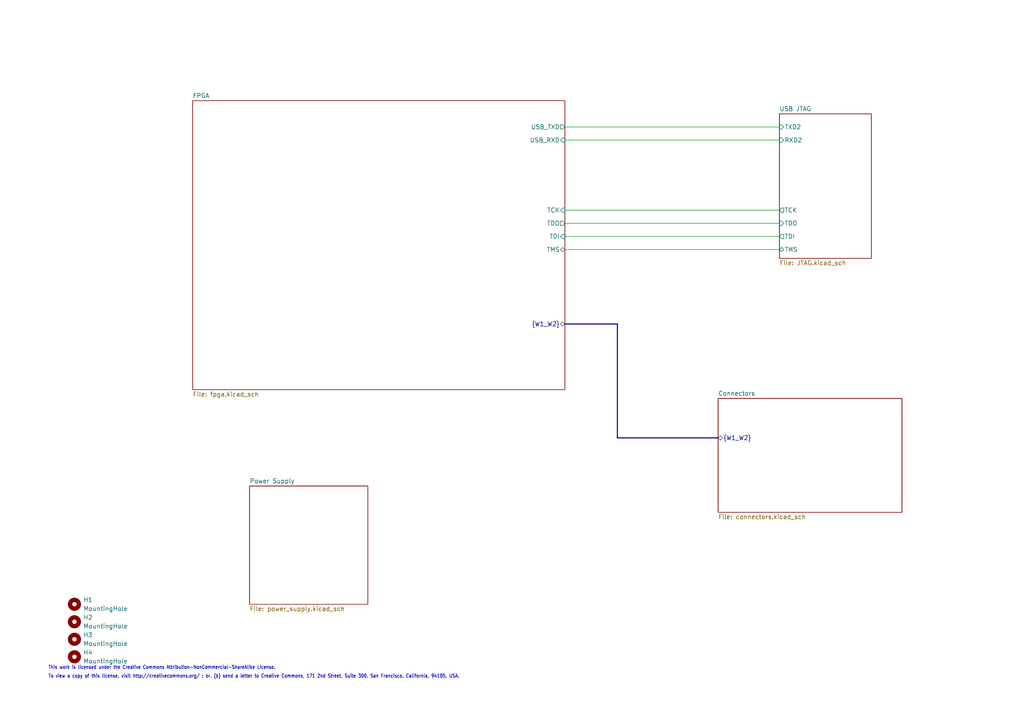
<source format=kicad_sch>
(kicad_sch (version 20230121) (generator eeschema)
  (paper "A4")
  (title_block (title "Papilio Pro Modernised") (date "2023-08-03") (rev "1.4") (company "University of Otago, Gadget Factory LLC") (comment 1 "©Phill Brown 2023, Gadget Factory 2009-2012"))
  (lib_symbols
    (symbol "Mechanical:MountingHole" (pin_names (offset 1.016))
      (property "Reference" "H" (at 0 5.08 0))
      (property "Value" "MountingHole" (at 0 3.175 0))
      (symbol "MountingHole_0_1"
        (circle (center 0 0) (radius 1.27) (stroke (width 1.27)))
      )
    )
  )
  (wire (pts (xy 226.06 64.77) (xy 163.83 64.77)))
  (wire (pts (xy 226.06 68.58) (xy 163.83 68.58)))
  (bus (pts (xy 163.83 93.98) (xy 179.07 93.98)))
  (bus (pts (xy 179.07 93.98) (xy 179.07 127)))
  (wire (pts (xy 163.83 36.83) (xy 226.06 36.83)))
  (wire (pts (xy 226.06 40.64) (xy 163.83 40.64)))
  (bus (pts (xy 179.07 127) (xy 208.28 127)))
  (wire (pts (xy 226.06 72.39) (xy 163.83 72.39)))
  (wire (pts (xy 226.06 60.96) (xy 163.83 60.96)))
  (text "To view a copy of this license, visit http://creativecommons.org/ ; or, (b) send a letter to Creative Commons, 171 2nd Street, Suite 300, San Francisco, California, 94105, USA." (at 13.97 196.85 0) (effects (font (size 1.016 0.8636)) (justify left bottom)))
  (text "This work is licensed under the Creative Commons Attribution-NonCommercial-ShareAlike License." (at 13.97 194.31 0) (effects (font (size 1.016 0.8636)) (justify left bottom)))
  (symbol (lib_id "Mechanical:MountingHole") (at 21.59 180.34 0) (unit 1)
    (property "Reference" "H2" (at 24.13 179.07 0) (effects (justify left)))
    (property "Value" "MountingHole" (at 24.13 181.61 0) (effects (justify left)))
    (property "Footprint" "MountingHole:MountingHole_3.2mm_M3" (effects hide))
  )
  (symbol (lib_id "Mechanical:MountingHole") (at 21.59 190.5 0) (unit 1)
    (property "Reference" "H4" (at 24.13 189.23 0) (effects (justify left)))
    (property "Value" "MountingHole" (at 24.13 191.77 0) (effects (justify left)))
    (property "Footprint" "MountingHole:MountingHole_3.2mm_M3" (effects hide))
  )
  (symbol (lib_id "Mechanical:MountingHole") (at 21.59 175.26 0) (unit 1)
    (property "Reference" "H1" (at 24.13 173.99 0) (effects (justify left)))
    (property "Value" "MountingHole" (at 24.13 176.53 0) (effects (justify left)))
    (property "Footprint" "MountingHole:MountingHole_3.2mm_M3" (effects hide))
  )
  (symbol (lib_id "Mechanical:MountingHole") (at 21.59 185.42 0) (unit 1)
    (property "Reference" "H3" (at 24.13 184.15 0) (effects (justify left)))
    (property "Value" "MountingHole" (at 24.13 186.69 0) (effects (justify left)))
    (property "Footprint" "MountingHole:MountingHole_3.2mm_M3" (effects hide))
  )
  (sheet (at 72.39 140.97) (size 34.29 34.29) (stroke (width 0.1524))
    (property "Sheetname" "Power Supply" (at 72.39 140.2584 0) (effects (justify left bottom)))
    (property "Sheetfile" "power_supply.kicad_sch" (at 72.39 175.8446 0) (effects (justify left top)))
  )
  (sheet (at 226.06 33.02) (size 26.67 41.91) (stroke (width 0.1524))
    (property "Sheetname" "USB JTAG" (at 226.06 32.3084 0) (effects (justify left bottom)))
    (property "Sheetfile" "JTAG.kicad_sch" (at 226.06 75.5146 0) (effects (justify left top)))
    (pin "TXD2" input (at 226.06 36.83 180))
    (pin "RXD2" input (at 226.06 40.64 180))
    (pin "TCK" output (at 226.06 60.96 180))
    (pin "TMS" bidirectional (at 226.06 72.39 180))
    (pin "TDI" output (at 226.06 68.58 180))
    (pin "TDO" input (at 226.06 64.77 180))
  )
  (sheet (at 208.28 115.57) (size 53.34 33.02) (stroke (width 0.1524))
    (property "Sheetname" "Connectors" (at 208.28 114.8584 0) (effects (justify left bottom)))
    (property "Sheetfile" "connectors.kicad_sch" (at 208.28 149.1746 0) (effects (justify left top)))
    (pin "{W1_W2}" bidirectional (at 208.28 127 180))
  )
  (sheet (at 55.88 29.21) (size 107.95 83.82) (stroke (width 0.1524))
    (property "Sheetname" "FPGA" (at 55.88 28.4984 0) (effects (justify left bottom)))
    (property "Sheetfile" "fpga.kicad_sch" (at 55.88 113.6146 0) (effects (justify left top)))
    (pin "TMS" bidirectional (at 163.83 72.39 0))
    (pin "TDO" output (at 163.83 64.77 0))
    (pin "TDI" input (at 163.83 68.58 0))
    (pin "TCK" input (at 163.83 60.96 0))
    (pin "USB_RXD" input (at 163.83 40.64 0))
    (pin "{W1_W2}" bidirectional (at 163.83 93.98 0))
    (pin "USB_TXD" output (at 163.83 36.83 0))
  )
)
</source>
